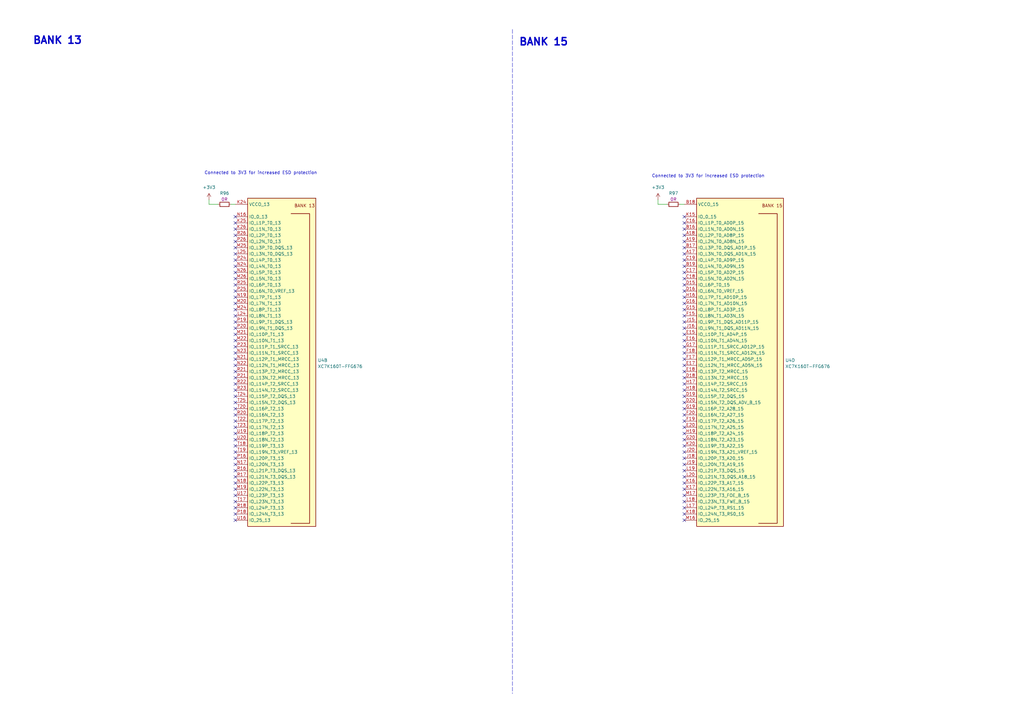
<source format=kicad_sch>
(kicad_sch (version 20211123) (generator eeschema)
  (paper "A3")
  (title_block (title "SO-DIMM DDR5 Tester") (date "2024-01-10") (rev "1.1.0") (comment 1 "www.antmicro.com") (comment 2 "Antmicro Ltd"))
  (no_connect (at 96.52 144.78))
  (no_connect (at 280.67 116.84))
  (no_connect (at 280.67 162.56))
  (no_connect (at 96.52 154.94))
  (no_connect (at 96.52 114.3))
  (no_connect (at 280.67 119.38))
  (no_connect (at 280.67 104.14))
  (no_connect (at 280.67 144.78))
  (no_connect (at 280.67 167.64))
  (no_connect (at 96.52 162.56))
  (no_connect (at 96.52 213.36))
  (no_connect (at 280.67 127))
  (no_connect (at 96.52 175.26))
  (no_connect (at 96.52 119.38))
  (no_connect (at 280.67 205.74))
  (no_connect (at 280.67 170.18))
  (no_connect (at 96.52 195.58))
  (no_connect (at 96.52 190.5))
  (no_connect (at 280.67 106.68))
  (no_connect (at 96.52 170.18))
  (no_connect (at 96.52 172.72))
  (no_connect (at 96.52 104.14))
  (no_connect (at 280.67 88.9))
  (no_connect (at 280.67 182.88))
  (no_connect (at 280.67 149.86))
  (no_connect (at 280.67 137.16))
  (no_connect (at 96.52 198.12))
  (no_connect (at 96.52 185.42))
  (no_connect (at 280.67 160.02))
  (no_connect (at 96.52 167.64))
  (no_connect (at 280.67 142.24))
  (no_connect (at 280.67 91.44))
  (no_connect (at 96.52 165.1))
  (no_connect (at 280.67 172.72))
  (no_connect (at 280.67 147.32))
  (no_connect (at 280.67 190.5))
  (no_connect (at 96.52 121.92))
  (no_connect (at 280.67 132.08))
  (no_connect (at 96.52 101.6))
  (no_connect (at 96.52 147.32))
  (no_connect (at 96.52 152.4))
  (no_connect (at 280.67 180.34))
  (no_connect (at 280.67 154.94))
  (no_connect (at 280.67 139.7))
  (no_connect (at 96.52 137.16))
  (no_connect (at 280.67 175.26))
  (no_connect (at 280.67 129.54))
  (no_connect (at 280.67 93.98))
  (no_connect (at 280.67 101.6))
  (no_connect (at 280.67 165.1))
  (no_connect (at 280.67 124.46))
  (no_connect (at 96.52 91.44))
  (no_connect (at 96.52 139.7))
  (no_connect (at 96.52 208.28))
  (no_connect (at 96.52 142.24))
  (no_connect (at 280.67 134.62))
  (no_connect (at 280.67 203.2))
  (no_connect (at 280.67 96.52))
  (no_connect (at 96.52 187.96))
  (no_connect (at 96.52 132.08))
  (no_connect (at 280.67 213.36))
  (no_connect (at 96.52 129.54))
  (no_connect (at 280.67 200.66))
  (no_connect (at 280.67 185.42))
  (no_connect (at 280.67 193.04))
  (no_connect (at 280.67 157.48))
  (no_connect (at 280.67 208.28))
  (no_connect (at 96.52 106.68))
  (no_connect (at 96.52 124.46))
  (no_connect (at 96.52 160.02))
  (no_connect (at 280.67 99.06))
  (no_connect (at 280.67 195.58))
  (no_connect (at 96.52 127))
  (no_connect (at 96.52 200.66))
  (no_connect (at 96.52 193.04))
  (no_connect (at 96.52 134.62))
  (no_connect (at 96.52 88.9))
  (no_connect (at 96.52 205.74))
  (no_connect (at 96.52 111.76))
  (no_connect (at 280.67 111.76))
  (no_connect (at 96.52 203.2))
  (no_connect (at 280.67 177.8))
  (no_connect (at 96.52 99.06))
  (no_connect (at 96.52 93.98))
  (no_connect (at 96.52 180.34))
  (no_connect (at 280.67 187.96))
  (no_connect (at 96.52 109.22))
  (no_connect (at 96.52 96.52))
  (no_connect (at 280.67 152.4))
  (no_connect (at 280.67 109.22))
  (no_connect (at 280.67 210.82))
  (no_connect (at 280.67 114.3))
  (no_connect (at 280.67 198.12))
  (no_connect (at 96.52 116.84))
  (no_connect (at 96.52 149.86))
  (no_connect (at 280.67 121.92))
  (no_connect (at 96.52 210.82))
  (no_connect (at 96.52 177.8))
  (no_connect (at 96.52 157.48))
  (no_connect (at 96.52 182.88))
  (wire (pts (xy 269.875 83.82) (xy 273.685 83.82)))
  (wire (pts (xy 269.875 81.915) (xy 269.875 83.82)))
  (wire (pts (xy 278.765 83.82) (xy 280.67 83.82)))
  (wire (pts (xy 94.615 83.82) (xy 96.52 83.82)))
  (wire (pts (xy 85.725 83.82) (xy 89.535 83.82)))
  (polyline (pts (xy 210.185 12.065) (xy 210.185 284.48)))
  (wire (pts (xy 85.725 81.915) (xy 85.725 83.82)))
  (text "Connected to 3V3 for increased ESD protection" (at 83.82 71.755 0) (effects (font (size 1.27 1.27)) (justify left bottom)))
  (text "BANK 13" (at 13.335 18.415 0) (effects (font (size 2.9972 2.9972) (thickness 0.5994) bold) (justify left bottom)))
  (text "BANK 15" (at 212.725 19.05 0) (effects (font (size 2.9972 2.9972) (thickness 0.5994) bold) (justify left bottom)))
  (text "Connected to 3V3 for increased ESD protection" (at 267.335 73.025 0) (effects (font (size 1.27 1.27)) (justify left bottom)))
  (symbol (lib_id "antmicroMicrocontrollers:XC7K160T-FFG676") (at 280.67 83.82 0) (unit 4)
    (property "Reference" "U4" (at 322.072 147.7594 0) (effects (justify left)))
    (property "Value" "XC7K160T-FFG676" (at 322.072 150.2897 0) (effects (justify left)))
    (property "Footprint" "antmicro-footprints:BGA-676_27x27mm_Layout26x26_P1X1mm" (effects hide))
    (property "Datasheet" "https://docs.xilinx.com/v/u/en-US/ds180_7Series_Overview" (effects hide))
    (property "MPN" "XC7K160T-FFG676" (effects hide))
    (property "Author" "Antmicro" (effects hide))
    (property "License" "Apache-2.0" (effects hide))
    (property "Manufacturer" "AMD-Xilinx" (effects hide))
  )
  (symbol (lib_id "sodimm-ddr5-tester:R_0R_0402") (at 89.535 83.82 0) (unit 1)
    (property "Reference" "R96" (at 92.075 79.246 0))
    (property "Value" "R_0R_0402" (effects hide))
    (property "Footprint" "sodimm-ddr5-tester-footprints:R_0402_1005Metric_EIA" (effects hide))
    (property "Datasheet" "https://industrial.panasonic.com/cdbs/www-data/pdf/RDA0000/AOA0000C301.pdf" (effects hide))
    (property "MPN" "ERJ2GE0R00X" (effects hide))
    (property "Manufacturer" "Panasonic" (effects hide))
    (property "License" "Apache-2.0" (effects hide))
    (property "Author" "Antmicro" (effects hide))
    (property "Val" "0R" (at 92.075 81.7697 0))
    (property "Current" "1A" (effects hide))
  )
  (symbol (lib_id "sodimm-ddr5-tester:+3V3") (at 85.725 81.915 0) (unit 1)
    (property "Reference" "#PWR0236" (effects hide))
    (property "Value" "+3V3" (at 85.725 76.835 0))
  )
  (symbol (lib_id "sodimm-ddr5-tester:R_0R_0402") (at 273.685 83.82 0) (unit 1)
    (property "Reference" "R97" (at 276.225 79.246 0))
    (property "Value" "R_0R_0402" (effects hide))
    (property "Footprint" "sodimm-ddr5-tester-footprints:R_0402_1005Metric_EIA" (effects hide))
    (property "Datasheet" "https://industrial.panasonic.com/cdbs/www-data/pdf/RDA0000/AOA0000C301.pdf" (effects hide))
    (property "MPN" "ERJ2GE0R00X" (effects hide))
    (property "Manufacturer" "Panasonic" (effects hide))
    (property "License" "Apache-2.0" (effects hide))
    (property "Author" "Antmicro" (effects hide))
    (property "Val" "0R" (at 276.225 81.7697 0))
    (property "Current" "1A" (effects hide))
  )
  (symbol (lib_id "sodimm-ddr5-tester:+3V3") (at 269.875 81.915 0) (unit 1)
    (property "Reference" "#PWR0238" (effects hide))
    (property "Value" "+3V3" (at 269.875 76.835 0))
  )
  (symbol (lib_id "antmicroMicrocontrollers:XC7K160T-FFG676") (at 96.52 83.82 0) (unit 2)
    (property "Reference" "U4" (at 130.302 147.7594 0) (effects (justify left)))
    (property "Value" "XC7K160T-FFG676" (at 130.302 150.2897 0) (effects (justify left)))
    (property "Footprint" "antmicro-footprints:BGA-676_27x27mm_Layout26x26_P1X1mm" (effects hide))
    (property "Datasheet" "https://docs.xilinx.com/v/u/en-US/ds180_7Series_Overview" (effects hide))
    (property "MPN" "XC7K160T-FFG676" (effects hide))
    (property "Author" "Antmicro" (effects hide))
    (property "License" "Apache-2.0" (effects hide))
    (property "Manufacturer" "AMD-Xilinx" (effects hide))
  )
)
</source>
